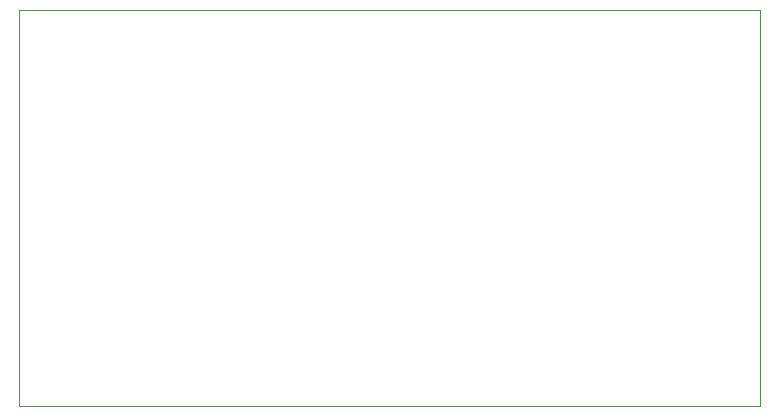
<source format=gbr>
%TF.GenerationSoftware,Altium Limited,Altium Designer,23.4.1 (23)*%
G04 Layer_Color=0*
%FSLAX45Y45*%
%MOMM*%
%TF.SameCoordinates,38C36DA3-20F4-41F3-B595-29ED6E075D57*%
%TF.FilePolarity,Positive*%
%TF.FileFunction,Profile,NP*%
%TF.Part,Single*%
G01*
G75*
%TA.AperFunction,Profile*%
%ADD55C,0.02540*%
D55*
X2250000Y2550000D02*
X8525000D01*
Y5900000D01*
X2250000D01*
Y2550000D01*
%TF.MD5,cd1a01b2d9aa511bae1ae767800afc20*%
M02*

</source>
